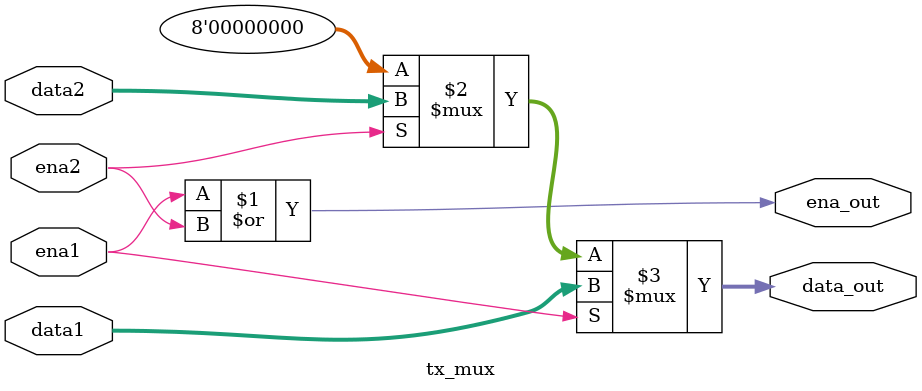
<source format=v>
`timescale 1ns / 1ps


module tx_mux(
    input [7:0] data1,
    input ena1,
    input [7:0] data2,
    input ena2,
    output wire [7:0] data_out,
    output wire ena_out
);

assign ena_out = ena1 | ena2;
assign data_out = ena1 ? data1 : ena2 ? data2 : 8'h00;

endmodule

</source>
